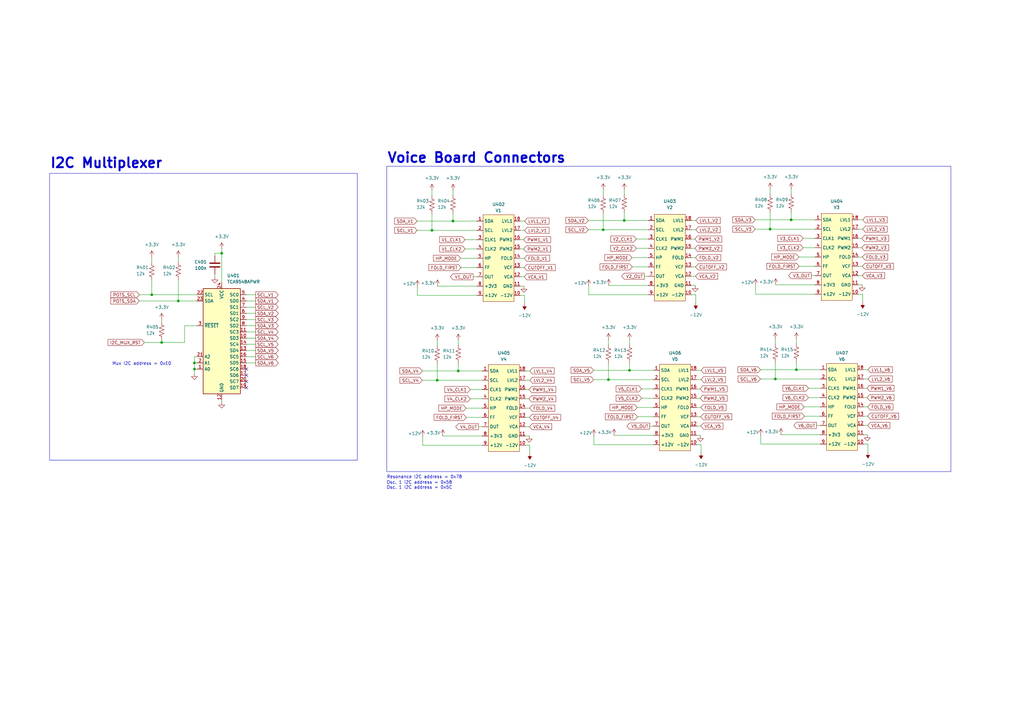
<source format=kicad_sch>
(kicad_sch (version 20231120) (generator "eeschema") (generator_version "8.0")
  (paper "A3")
  (lib_symbols
    (symbol "Connector_Audio:VoiceBoardConn_DIP18"
      (property "Reference" "U" (at 0 0 0))
      (property "Value" "VoiceBoardConn_DIP18" (at 0 -39.37 0))
      (symbol "VoiceBoardConn_DIP18_1_1"
        (rectangle (start -6.35 26.67) (end 6.35 -8.89) (fill (type background)))
        (pin passive line (at -8.89 24.13 0) (length 2.54) (name "SDA") (number "1"))
        (pin passive line (at 8.89 -6.35 180) (length 2.54) (name "-12V") (number "10"))
        (pin passive line (at 8.89 -2.54 180) (length 2.54) (name "GND") (number "11"))
        (pin passive line (at 8.89 1.27 180) (length 2.54) (name "VCA") (number "12"))
        (pin passive line (at 8.89 5.08 180) (length 2.54) (name "VCF") (number "13"))
        (pin passive line (at 8.89 8.89 180) (length 2.54) (name "FOLD") (number "14"))
        (pin passive line (at 8.89 12.7 180) (length 2.54) (name "PWM2") (number "15"))
        (pin passive line (at 8.89 16.51 180) (length 2.54) (name "PWM1") (number "16"))
        (pin passive line (at 8.89 20.32 180) (length 2.54) (name "LVL2") (number "17"))
        (pin passive line (at 8.89 24.13 180) (length 2.54) (name "LVL1") (number "18"))
        (pin passive line (at -8.89 20.32 0) (length 2.54) (name "SCL") (number "2"))
        (pin passive line (at -8.89 16.51 0) (length 2.54) (name "CLK1") (number "3"))
        (pin passive line (at -8.89 12.7 0) (length 2.54) (name "CLK2") (number "4"))
        (pin passive line (at -8.89 8.89 0) (length 2.54) (name "HP") (number "5"))
        (pin passive line (at -8.89 5.08 0) (length 2.54) (name "FF") (number "6"))
        (pin passive line (at -8.89 1.27 0) (length 2.54) (name "OUT") (number "7"))
        (pin passive line (at -8.89 -2.54 0) (length 2.54) (name "+3V3") (number "8"))
        (pin passive line (at -8.89 -6.35 0) (length 2.54) (name "+12V") (number "9"))
      )
    )
    (symbol "Device:C" (pin_numbers hide) (pin_names (offset 0.254))
      (property "Reference" "C" (at 0.635 2.54 0))
      (property "Value" "C" (at 0.635 -2.54 0))
      (symbol "C_0_1"
        (polyline (pts (xy -2.032 -0.762) (xy 2.032 -0.762)) (stroke (width 0.508)))
        (polyline (pts (xy -2.032 0.762) (xy 2.032 0.762)) (stroke (width 0.508)))
      )
      (symbol "C_1_1"
        (pin passive line (at 0 3.81 270) (length 2.794) (name "~") (number "1"))
        (pin passive line (at 0 -3.81 90) (length 2.794) (name "~") (number "2"))
      )
    )
    (symbol "Device:R_US" (pin_numbers hide) (pin_names (offset 0))
      (property "Reference" "R" (at 2.54 0 90))
      (property "Value" "R_US" (at -2.54 0 90))
      (symbol "R_US_0_1"
        (polyline (pts (xy 0 -2.286) (xy 0 -2.54)))
        (polyline (pts (xy 0 2.286) (xy 0 2.54)))
        (polyline (pts (xy 0 -0.762) (xy 1.016 -1.143) (xy 0 -1.524) (xy -1.016 -1.905) (xy 0 -2.286)))
        (polyline (pts (xy 0 0.762) (xy 1.016 0.381) (xy 0 0) (xy -1.016 -0.381) (xy 0 -0.762)))
        (polyline (pts (xy 0 2.286) (xy 1.016 1.905) (xy 0 1.524) (xy -1.016 1.143) (xy 0 0.762)))
      )
      (symbol "R_US_1_1"
        (pin passive line (at 0 3.81 270) (length 1.27) (name "~") (number "1"))
        (pin passive line (at 0 -3.81 90) (length 1.27) (name "~") (number "2"))
      )
    )
    (symbol "Interface_Expansion:TCA9548APWR"
      (property "Reference" "U" (at -7.62 21.59 0))
      (property "Value" "TCA9548APWR" (at 1.016 21.59 0))
      (symbol "TCA9548APWR_0_1"
        (rectangle (start -7.62 20.32) (end 7.62 -22.86) (stroke (width 0.254)) (fill (type background)))
      )
      (symbol "TCA9548APWR_1_1"
        (pin input line (at -10.16 -12.7 0) (length 2.54) (name "A0") (number "1"))
        (pin bidirectional line (at 10.16 0 180) (length 2.54) (name "SD3") (number "10"))
        (pin output line (at 10.16 2.54 180) (length 2.54) (name "SC3") (number "11"))
        (pin power_in line (at 0 -25.4 90) (length 2.54) (name "GND") (number "12"))
        (pin bidirectional line (at 10.16 -5.08 180) (length 2.54) (name "SD4") (number "13"))
        (pin output line (at 10.16 -2.54 180) (length 2.54) (name "SC4") (number "14"))
        (pin bidirectional line (at 10.16 -10.16 180) (length 2.54) (name "SD5") (number "15"))
        (pin output line (at 10.16 -7.62 180) (length 2.54) (name "SC5") (number "16"))
        (pin bidirectional line (at 10.16 -15.24 180) (length 2.54) (name "SD6") (number "17"))
        (pin output line (at 10.16 -12.7 180) (length 2.54) (name "SC6") (number "18"))
        (pin bidirectional line (at 10.16 -20.32 180) (length 2.54) (name "SD7") (number "19"))
        (pin input line (at -10.16 -10.16 0) (length 2.54) (name "A1") (number "2"))
        (pin output line (at 10.16 -17.78 180) (length 2.54) (name "SC7") (number "20"))
        (pin input line (at -10.16 -7.62 0) (length 2.54) (name "A2") (number "21"))
        (pin input line (at -10.16 17.78 0) (length 2.54) (name "SCL") (number "22"))
        (pin bidirectional line (at -10.16 15.24 0) (length 2.54) (name "SDA") (number "23"))
        (pin power_in line (at 0 22.86 270) (length 2.54) (name "VCC") (number "24"))
        (pin input line (at -10.16 5.08 0) (length 2.54) (name "~{RESET}") (number "3"))
        (pin bidirectional line (at 10.16 15.24 180) (length 2.54) (name "SD0") (number "4"))
        (pin output line (at 10.16 17.78 180) (length 2.54) (name "SC0") (number "5"))
        (pin bidirectional line (at 10.16 10.16 180) (length 2.54) (name "SD1") (number "6"))
        (pin output line (at 10.16 12.7 180) (length 2.54) (name "SC1") (number "7"))
        (pin bidirectional line (at 10.16 5.08 180) (length 2.54) (name "SD2") (number "8"))
        (pin output line (at 10.16 7.62 180) (length 2.54) (name "SC2") (number "9"))
      )
    )
    (symbol "power:+12V" (power) (pin_names (offset 0))
      (property "Value" "+12V" (at 0 3.556 0))
      (symbol "+12V_0_1"
        (polyline (pts (xy -0.762 1.27) (xy 0 2.54)))
        (polyline (pts (xy 0 0) (xy 0 2.54)))
        (polyline (pts (xy 0 2.54) (xy 0.762 1.27)))
      )
      (symbol "+12V_1_1"
        (pin power_in line (at 0 0 90) (length 0) hide (name "+12V") (number "1"))
      )
    )
    (symbol "power:+3.3V" (power) (pin_names (offset 0))
      (property "Value" "+3.3V" (at 0 3.556 0))
      (symbol "+3.3V_0_1"
        (polyline (pts (xy -0.762 1.27) (xy 0 2.54)))
        (polyline (pts (xy 0 0) (xy 0 2.54)))
        (polyline (pts (xy 0 2.54) (xy 0.762 1.27)))
      )
      (symbol "+3.3V_1_1"
        (pin power_in line (at 0 0 90) (length 0) hide (name "+3.3V") (number "1"))
      )
    )
    (symbol "power:-12V" (power) (pin_names (offset 0))
      (property "Value" "-12V" (at 0 3.81 0))
      (symbol "-12V_0_0"
        (pin power_in line (at 0 0 90) (length 0) hide (name "-12V") (number "1"))
      )
      (symbol "-12V_0_1"
        (polyline (pts (xy 0 0) (xy 0 1.27) (xy 0.762 1.27) (xy 0 2.54) (xy -0.762 1.27) (xy 0 1.27)) (fill (type outline)))
      )
    )
    (symbol "power:GND" (power) (pin_names (offset 0))
      (symbol "GND_0_1"
        (polyline (pts (xy 0 0) (xy 0 -1.27) (xy 1.27 -1.27) (xy 0 -2.54) (xy -1.27 -1.27) (xy 0 -1.27)))
      )
      (symbol "GND_1_1"
        (pin power_in line (at 0 0 270) (length 0) hide (name "GND") (number "1"))
      )
    )
  )
  (junction (at 62.23 120.904))
  (junction (at 324.485 90.17))
  (junction (at 318.008 155.448))
  (junction (at 326.644 151.638))
  (junction (at 185.801 90.678))
  (junction (at 177.165 94.488))
  (junction (at 258.191 151.892))
  (junction (at 66.294 140.462))
  (junction (at 315.849 93.98))
  (junction (at 249.555 155.702))
  (junction (at 73.152 123.444))
  (junction (at 79.756 148.844))
  (junction (at 79.756 151.384))
  (junction (at 247.396 94.234))
  (junction (at 187.96 152.146))
  (junction (at 90.932 103.886))
  (junction (at 179.324 155.956))
  (junction (at 256.032 90.424))
  (no_connect (at 101.092 159.004))
  (no_connect (at 101.092 156.464))
  (no_connect (at 101.092 151.384))
  (no_connect (at 101.092 153.924))
  (wire (pts (xy 315.849 77.597) (xy 315.849 79.629)))
  (wire (pts (xy 352.044 120.65) (xy 353.822 120.65)))
  (wire (pts (xy 355.981 182.118) (xy 355.981 185.42)))
  (wire (pts (xy 326.644 139.065) (xy 326.644 140.843)))
  (wire (pts (xy 213.36 105.918) (xy 215.011 105.918)))
  (wire (pts (xy 101.092 146.304) (xy 104.902 146.304)))
  (wire (pts (xy 249.555 139.319) (xy 249.555 141.351)))
  (wire (pts (xy 75.692 140.462) (xy 75.692 133.604)))
  (wire (pts (xy 101.092 131.064) (xy 104.902 131.064)))
  (wire (pts (xy 309.753 90.17) (xy 324.485 90.17)))
  (wire (pts (xy 247.396 87.503) (xy 247.396 94.234)))
  (wire (pts (xy 88.138 103.886) (xy 90.932 103.886)))
  (wire (pts (xy 309.88 120.65) (xy 334.264 120.65)))
  (wire (pts (xy 249.555 148.971) (xy 249.555 155.702)))
  (wire (pts (xy 215.519 167.386) (xy 217.17 167.386)))
  (wire (pts (xy 62.23 120.904) (xy 80.772 120.904)))
  (wire (pts (xy 101.092 128.524) (xy 104.902 128.524)))
  (wire (pts (xy 318.135 116.84) (xy 334.264 116.84)))
  (wire (pts (xy 352.044 113.03) (xy 353.695 113.03)))
  (wire (pts (xy 261.493 170.942) (xy 267.97 170.942)))
  (wire (pts (xy 324.485 86.995) (xy 324.485 90.17)))
  (wire (pts (xy 259.207 105.664) (xy 265.811 105.664)))
  (wire (pts (xy 324.485 90.17) (xy 334.264 90.17)))
  (wire (pts (xy 88.138 104.902) (xy 88.138 103.886)))
  (wire (pts (xy 213.36 117.348) (xy 214.884 117.348)))
  (wire (pts (xy 213.36 109.728) (xy 215.011 109.728)))
  (wire (pts (xy 66.294 131.064) (xy 66.294 131.826)))
  (wire (pts (xy 312.039 178.562) (xy 312.039 182.118)))
  (wire (pts (xy 101.092 120.904) (xy 104.902 120.904)))
  (wire (pts (xy 213.36 98.298) (xy 214.757 98.298)))
  (wire (pts (xy 258.191 151.892) (xy 267.97 151.892)))
  (wire (pts (xy 249.555 155.702) (xy 267.97 155.702)))
  (wire (pts (xy 62.23 105.41) (xy 62.23 107.442)))
  (wire (pts (xy 185.801 78.105) (xy 185.801 79.883)))
  (wire (pts (xy 354.203 163.068) (xy 355.6 163.068)))
  (wire (pts (xy 215.519 152.146) (xy 217.297 152.146)))
  (wire (pts (xy 283.591 109.474) (xy 285.242 109.474)))
  (wire (pts (xy 309.753 93.98) (xy 315.849 93.98)))
  (wire (pts (xy 285.75 155.702) (xy 287.528 155.702)))
  (wire (pts (xy 329.946 170.688) (xy 336.423 170.688)))
  (wire (pts (xy 173.355 182.626) (xy 197.739 182.626)))
  (wire (pts (xy 215.138 121.158) (xy 215.138 124.46)))
  (wire (pts (xy 354.203 151.638) (xy 355.981 151.638)))
  (wire (pts (xy 79.756 146.304) (xy 80.772 146.304)))
  (wire (pts (xy 261.366 167.132) (xy 267.97 167.132)))
  (wire (pts (xy 247.396 94.234) (xy 265.811 94.234)))
  (wire (pts (xy 243.459 151.892) (xy 258.191 151.892)))
  (wire (pts (xy 57.15 120.904) (xy 62.23 120.904)))
  (wire (pts (xy 249.682 117.094) (xy 265.811 117.094)))
  (wire (pts (xy 326.644 148.463) (xy 326.644 151.638)))
  (wire (pts (xy 215.519 178.816) (xy 217.043 178.816)))
  (wire (pts (xy 59.182 140.462) (xy 66.294 140.462)))
  (wire (pts (xy 283.591 94.234) (xy 285.369 94.234)))
  (wire (pts (xy 309.88 117.094) (xy 309.88 120.65)))
  (wire (pts (xy 251.841 178.562) (xy 267.97 178.562)))
  (wire (pts (xy 66.294 140.462) (xy 75.692 140.462)))
  (wire (pts (xy 283.591 105.664) (xy 285.242 105.664)))
  (wire (pts (xy 171.069 90.678) (xy 185.801 90.678)))
  (wire (pts (xy 352.044 101.6) (xy 353.441 101.6)))
  (wire (pts (xy 283.591 101.854) (xy 284.988 101.854)))
  (wire (pts (xy 352.044 109.22) (xy 353.695 109.22)))
  (wire (pts (xy 179.451 117.348) (xy 195.58 117.348)))
  (wire (pts (xy 90.932 103.886) (xy 90.932 115.824)))
  (wire (pts (xy 171.196 121.158) (xy 195.58 121.158)))
  (wire (pts (xy 79.756 148.844) (xy 80.772 148.844)))
  (wire (pts (xy 259.334 109.474) (xy 265.811 109.474)))
  (wire (pts (xy 185.801 90.678) (xy 195.58 90.678)))
  (wire (pts (xy 256.032 87.249) (xy 256.032 90.424)))
  (wire (pts (xy 179.324 139.573) (xy 179.324 141.605)))
  (wire (pts (xy 101.092 136.144) (xy 104.902 136.144)))
  (wire (pts (xy 190.754 102.108) (xy 195.58 102.108)))
  (wire (pts (xy 243.459 155.702) (xy 249.555 155.702)))
  (wire (pts (xy 173.355 179.07) (xy 173.355 182.626)))
  (wire (pts (xy 263.144 163.322) (xy 267.97 163.322)))
  (wire (pts (xy 196.215 175.006) (xy 197.739 175.006)))
  (wire (pts (xy 73.152 105.41) (xy 73.152 107.188)))
  (wire (pts (xy 90.932 102.108) (xy 90.932 103.886)))
  (wire (pts (xy 188.976 105.918) (xy 195.58 105.918)))
  (wire (pts (xy 354.203 182.118) (xy 355.981 182.118)))
  (wire (pts (xy 187.96 152.146) (xy 197.739 152.146)))
  (wire (pts (xy 179.324 149.225) (xy 179.324 155.956)))
  (wire (pts (xy 243.586 178.816) (xy 243.586 182.372)))
  (wire (pts (xy 354.203 174.498) (xy 355.854 174.498)))
  (wire (pts (xy 177.165 87.757) (xy 177.165 94.488)))
  (wire (pts (xy 315.849 93.98) (xy 334.264 93.98)))
  (wire (pts (xy 213.36 90.678) (xy 215.138 90.678)))
  (wire (pts (xy 264.287 113.284) (xy 265.811 113.284)))
  (wire (pts (xy 329.819 166.878) (xy 336.423 166.878)))
  (wire (pts (xy 312.039 182.118) (xy 336.423 182.118)))
  (wire (pts (xy 88.138 112.522) (xy 88.138 113.538)))
  (wire (pts (xy 215.519 155.956) (xy 217.297 155.956)))
  (wire (pts (xy 285.369 120.904) (xy 285.369 124.206)))
  (wire (pts (xy 334.899 174.498) (xy 336.423 174.498)))
  (wire (pts (xy 190.754 98.298) (xy 195.58 98.298)))
  (wire (pts (xy 283.591 117.094) (xy 285.115 117.094)))
  (wire (pts (xy 318.008 139.065) (xy 318.008 141.097)))
  (wire (pts (xy 79.756 151.384) (xy 80.772 151.384)))
  (wire (pts (xy 352.044 93.98) (xy 353.822 93.98)))
  (wire (pts (xy 62.23 115.062) (xy 62.23 120.904)))
  (wire (pts (xy 187.96 148.971) (xy 187.96 152.146)))
  (wire (pts (xy 215.519 159.766) (xy 216.916 159.766)))
  (wire (pts (xy 285.75 167.132) (xy 287.401 167.132)))
  (wire (pts (xy 73.152 123.444) (xy 80.772 123.444)))
  (wire (pts (xy 213.36 113.538) (xy 215.011 113.538)))
  (wire (pts (xy 287.528 182.372) (xy 287.528 185.674)))
  (wire (pts (xy 101.092 148.844) (xy 104.902 148.844)))
  (wire (pts (xy 73.152 114.808) (xy 73.152 123.444)))
  (wire (pts (xy 177.165 78.105) (xy 177.165 80.137)))
  (wire (pts (xy 266.446 174.752) (xy 267.97 174.752)))
  (wire (pts (xy 260.985 98.044) (xy 265.811 98.044)))
  (wire (pts (xy 326.644 151.638) (xy 336.423 151.638)))
  (wire (pts (xy 354.203 155.448) (xy 355.981 155.448)))
  (wire (pts (xy 353.822 120.65) (xy 353.822 123.952)))
  (wire (pts (xy 320.294 178.308) (xy 336.423 178.308)))
  (wire (pts (xy 241.427 117.348) (xy 241.427 120.904)))
  (wire (pts (xy 243.586 182.372) (xy 267.97 182.372)))
  (wire (pts (xy 331.597 163.068) (xy 336.423 163.068)))
  (wire (pts (xy 283.591 120.904) (xy 285.369 120.904)))
  (wire (pts (xy 354.203 170.688) (xy 355.854 170.688)))
  (wire (pts (xy 258.191 139.319) (xy 258.191 141.097)))
  (wire (pts (xy 215.519 182.626) (xy 217.297 182.626)))
  (wire (pts (xy 352.044 97.79) (xy 353.441 97.79)))
  (wire (pts (xy 215.519 171.196) (xy 217.17 171.196)))
  (wire (pts (xy 283.591 98.044) (xy 284.988 98.044)))
  (wire (pts (xy 187.96 139.573) (xy 187.96 141.351)))
  (wire (pts (xy 256.032 90.424) (xy 265.811 90.424)))
  (wire (pts (xy 241.3 94.234) (xy 247.396 94.234)))
  (wire (pts (xy 327.66 105.41) (xy 334.264 105.41)))
  (wire (pts (xy 324.485 77.597) (xy 324.485 79.375)))
  (wire (pts (xy 179.324 155.956) (xy 197.739 155.956)))
  (wire (pts (xy 332.74 113.03) (xy 334.264 113.03)))
  (wire (pts (xy 79.756 153.162) (xy 79.756 151.384)))
  (wire (pts (xy 315.849 87.249) (xy 315.849 93.98)))
  (wire (pts (xy 90.932 164.084) (xy 90.932 164.846)))
  (wire (pts (xy 185.801 87.503) (xy 185.801 90.678)))
  (wire (pts (xy 101.092 143.764) (xy 104.902 143.764)))
  (wire (pts (xy 283.591 90.424) (xy 285.369 90.424)))
  (wire (pts (xy 247.396 77.851) (xy 247.396 79.883)))
  (wire (pts (xy 79.756 148.844) (xy 79.756 146.304)))
  (wire (pts (xy 101.092 125.984) (xy 104.902 125.984)))
  (wire (pts (xy 258.191 148.717) (xy 258.191 151.892)))
  (wire (pts (xy 177.165 94.488) (xy 195.58 94.488)))
  (wire (pts (xy 311.912 151.638) (xy 326.644 151.638)))
  (wire (pts (xy 213.36 94.488) (xy 215.138 94.488)))
  (wire (pts (xy 171.069 94.488) (xy 177.165 94.488)))
  (wire (pts (xy 285.75 182.372) (xy 287.528 182.372)))
  (wire (pts (xy 189.103 109.728) (xy 195.58 109.728)))
  (wire (pts (xy 263.144 159.512) (xy 267.97 159.512)))
  (wire (pts (xy 101.092 141.224) (xy 104.902 141.224)))
  (wire (pts (xy 192.913 159.766) (xy 197.739 159.766)))
  (wire (pts (xy 66.294 139.446) (xy 66.294 140.462)))
  (wire (pts (xy 318.008 155.448) (xy 336.423 155.448)))
  (wire (pts (xy 352.044 116.84) (xy 353.568 116.84)))
  (wire (pts (xy 285.75 163.322) (xy 287.147 163.322)))
  (wire (pts (xy 241.427 120.904) (xy 265.811 120.904)))
  (wire (pts (xy 260.985 101.854) (xy 265.811 101.854)))
  (wire (pts (xy 283.591 113.284) (xy 285.242 113.284)))
  (wire (pts (xy 173.228 155.956) (xy 179.324 155.956)))
  (wire (pts (xy 191.135 167.386) (xy 197.739 167.386)))
  (wire (pts (xy 192.913 163.576) (xy 197.739 163.576)))
  (wire (pts (xy 354.203 159.258) (xy 355.6 159.258)))
  (wire (pts (xy 311.912 155.448) (xy 318.008 155.448)))
  (wire (pts (xy 191.262 171.196) (xy 197.739 171.196)))
  (wire (pts (xy 171.196 117.602) (xy 171.196 121.158)))
  (wire (pts (xy 215.519 163.576) (xy 216.916 163.576)))
  (wire (pts (xy 101.092 123.444) (xy 104.902 123.444)))
  (wire (pts (xy 181.61 178.816) (xy 197.739 178.816)))
  (wire (pts (xy 173.228 152.146) (xy 187.96 152.146)))
  (wire (pts (xy 57.15 123.444) (xy 73.152 123.444)))
  (wire (pts (xy 256.032 77.851) (xy 256.032 79.629)))
  (wire (pts (xy 354.203 166.878) (xy 355.854 166.878)))
  (wire (pts (xy 101.092 138.684) (xy 104.902 138.684)))
  (wire (pts (xy 331.597 159.258) (xy 336.423 159.258)))
  (wire (pts (xy 215.519 175.006) (xy 217.17 175.006)))
  (wire (pts (xy 194.056 113.538) (xy 195.58 113.538)))
  (wire (pts (xy 213.36 102.108) (xy 214.757 102.108)))
  (wire (pts (xy 329.438 97.79) (xy 334.264 97.79)))
  (wire (pts (xy 285.75 170.942) (xy 287.401 170.942)))
  (wire (pts (xy 329.438 101.6) (xy 334.264 101.6)))
  (wire (pts (xy 327.787 109.22) (xy 334.264 109.22)))
  (wire (pts (xy 354.203 178.308) (xy 355.727 178.308)))
  (wire (pts (xy 285.75 159.512) (xy 287.147 159.512)))
  (wire (pts (xy 352.044 105.41) (xy 353.695 105.41)))
  (wire (pts (xy 217.297 182.626) (xy 217.297 185.928)))
  (wire (pts (xy 285.75 151.892) (xy 287.528 151.892)))
  (wire (pts (xy 318.008 148.717) (xy 318.008 155.448)))
  (wire (pts (xy 79.756 151.384) (xy 79.756 148.844)))
  (wire (pts (xy 352.044 90.17) (xy 353.822 90.17)))
  (wire (pts (xy 285.75 174.752) (xy 287.401 174.752)))
  (wire (pts (xy 241.3 90.424) (xy 256.032 90.424)))
  (wire (pts (xy 101.092 133.604) (xy 104.902 133.604)))
  (wire (pts (xy 75.692 133.604) (xy 80.772 133.604)))
  (wire (pts (xy 285.75 178.562) (xy 287.274 178.562)))
  (wire (pts (xy 213.36 121.158) (xy 215.138 121.158)))
  (rectangle (start 158.623 68.199) (end 390.017 193.421))
  (rectangle (start 20.32 71.12) (end 146.558 188.722))
  (text "Osc. 1 I2C address = 0x58\nOsc. 1 I2C address = 0x5C" (at 158.496 200.787 0) (effects (font (size 1.27 1.27)) (justify left bottom)))
  (text "I2C Multiplexer" (at 20.32 69.342 0) (effects (font (size 4 4) (thickness 0.8) (bold yes)) (justify left bottom)))
  (text "Voice Board Connectors" (at 158.623 67.183 0) (effects (font (size 4 4) (thickness 0.8) (bold yes)) (justify left bottom)))
  (text "Mux I2C address = 0xE0" (at 45.974 149.987 0) (effects (font (size 1.27 1.27)) (justify left bottom)))
  (text "Resonance I2C address = 0x78" (at 158.623 196.469 0) (effects (font (size 1.27 1.27)) (justify left bottom)))
  (global_label "VCA_V4" (shape input) (at 217.17 175.006 0) (property "Intersheetrefs" "${INTERSHEET_REFS}" (effects (hide yes))))
  (global_label "SDA_V1" (shape input) (at 171.069 90.678 180) (property "Intersheetrefs" "${INTERSHEET_REFS}" (effects (hide yes))))
  (global_label "LVL1_V5" (shape input) (at 287.528 151.892 0) (property "Intersheetrefs" "${INTERSHEET_REFS}" (effects (hide yes))))
  (global_label "SDA_V2" (shape input) (at 241.3 90.424 180) (property "Intersheetrefs" "${INTERSHEET_REFS}" (effects (hide yes))))
  (global_label "PWM1_V6" (shape input) (at 355.6 159.258 0) (property "Intersheetrefs" "${INTERSHEET_REFS}" (effects (hide yes))))
  (global_label "LVL2_V2" (shape input) (at 285.369 94.234 0) (property "Intersheetrefs" "${INTERSHEET_REFS}" (effects (hide yes))))
  (global_label "PWM2_V5" (shape input) (at 287.147 163.322 0) (property "Intersheetrefs" "${INTERSHEET_REFS}" (effects (hide yes))))
  (global_label "PWM2_V6" (shape input) (at 355.6 163.068 0) (property "Intersheetrefs" "${INTERSHEET_REFS}" (effects (hide yes))))
  (global_label "HP_MODE" (shape input) (at 191.135 167.386 180) (property "Intersheetrefs" "${INTERSHEET_REFS}" (effects (hide yes))))
  (global_label "HP_MODE" (shape input) (at 261.366 167.132 180) (property "Intersheetrefs" "${INTERSHEET_REFS}" (effects (hide yes))))
  (global_label "V4_CLK2" (shape input) (at 192.913 163.576 180) (property "Intersheetrefs" "${INTERSHEET_REFS}" (effects (hide yes))))
  (global_label "SCL_V5" (shape output) (at 104.902 141.224 0) (property "Intersheetrefs" "${INTERSHEET_REFS}" (effects (hide yes))))
  (global_label "V2_OUT" (shape output) (at 264.287 113.284 180) (property "Intersheetrefs" "${INTERSHEET_REFS}" (effects (hide yes))))
  (global_label "POTS_SCL" (shape input) (at 57.15 120.904 180) (property "Intersheetrefs" "${INTERSHEET_REFS}" (effects (hide yes))))
  (global_label "V1_OUT" (shape output) (at 194.056 113.538 180) (property "Intersheetrefs" "${INTERSHEET_REFS}" (effects (hide yes))))
  (global_label "V2_CLK1" (shape input) (at 260.985 98.044 180) (property "Intersheetrefs" "${INTERSHEET_REFS}" (effects (hide yes))))
  (global_label "PWM1_V1" (shape input) (at 214.757 98.298 0) (property "Intersheetrefs" "${INTERSHEET_REFS}" (effects (hide yes))))
  (global_label "SCL_V2" (shape output) (at 104.902 125.984 0) (property "Intersheetrefs" "${INTERSHEET_REFS}" (effects (hide yes))))
  (global_label "LVL2_V5" (shape input) (at 287.528 155.702 0) (property "Intersheetrefs" "${INTERSHEET_REFS}" (effects (hide yes))))
  (global_label "I2C_MUX_RST" (shape input) (at 59.182 140.462 180) (property "Intersheetrefs" "${INTERSHEET_REFS}" (effects (hide yes))))
  (global_label "V3_OUT" (shape output) (at 332.74 113.03 180) (property "Intersheetrefs" "${INTERSHEET_REFS}" (effects (hide yes))))
  (global_label "HP_MODE" (shape input) (at 329.819 166.878 180) (property "Intersheetrefs" "${INTERSHEET_REFS}" (effects (hide yes))))
  (global_label "SCL_V1" (shape input) (at 171.069 94.488 180) (property "Intersheetrefs" "${INTERSHEET_REFS}" (effects (hide yes))))
  (global_label "SCL_V3" (shape output) (at 104.902 131.064 0) (property "Intersheetrefs" "${INTERSHEET_REFS}" (effects (hide yes))))
  (global_label "V1_CLK1" (shape input) (at 190.754 98.298 180) (property "Intersheetrefs" "${INTERSHEET_REFS}" (effects (hide yes))))
  (global_label "V5_CLK1" (shape input) (at 263.144 159.512 180) (property "Intersheetrefs" "${INTERSHEET_REFS}" (effects (hide yes))))
  (global_label "HP_MODE" (shape input) (at 259.207 105.664 180) (property "Intersheetrefs" "${INTERSHEET_REFS}" (effects (hide yes))))
  (global_label "VCA_V1" (shape input) (at 215.011 113.538 0) (property "Intersheetrefs" "${INTERSHEET_REFS}" (effects (hide yes))))
  (global_label "PWM1_V5" (shape input) (at 287.147 159.512 0) (property "Intersheetrefs" "${INTERSHEET_REFS}" (effects (hide yes))))
  (global_label "VCA_V5" (shape input) (at 287.401 174.752 0) (property "Intersheetrefs" "${INTERSHEET_REFS}" (effects (hide yes))))
  (global_label "SCL_V3" (shape input) (at 309.753 93.98 180) (property "Intersheetrefs" "${INTERSHEET_REFS}" (effects (hide yes))))
  (global_label "CUTOFF_V4" (shape input) (at 217.17 171.196 0) (property "Intersheetrefs" "${INTERSHEET_REFS}" (effects (hide yes))))
  (global_label "LVL2_V4" (shape input) (at 217.297 155.956 0) (property "Intersheetrefs" "${INTERSHEET_REFS}" (effects (hide yes))))
  (global_label "LVL1_V4" (shape input) (at 217.297 152.146 0) (property "Intersheetrefs" "${INTERSHEET_REFS}" (effects (hide yes))))
  (global_label "LVL1_V6" (shape input) (at 355.981 151.638 0) (property "Intersheetrefs" "${INTERSHEET_REFS}" (effects (hide yes))))
  (global_label "POTS_SDA" (shape input) (at 57.15 123.444 180) (property "Intersheetrefs" "${INTERSHEET_REFS}" (effects (hide yes))))
  (global_label "PWM1_V3" (shape input) (at 353.441 97.79 0) (property "Intersheetrefs" "${INTERSHEET_REFS}" (effects (hide yes))))
  (global_label "CUTOFF_V5" (shape input) (at 287.401 170.942 0) (property "Intersheetrefs" "${INTERSHEET_REFS}" (effects (hide yes))))
  (global_label "PWM2_V1" (shape input) (at 214.757 102.108 0) (property "Intersheetrefs" "${INTERSHEET_REFS}" (effects (hide yes))))
  (global_label "FOLD_V1" (shape input) (at 215.011 105.918 0) (property "Intersheetrefs" "${INTERSHEET_REFS}" (effects (hide yes))))
  (global_label "SCL_V6" (shape input) (at 311.912 155.448 180) (property "Intersheetrefs" "${INTERSHEET_REFS}" (effects (hide yes))))
  (global_label "LVL1_V1" (shape input) (at 215.138 90.678 0) (property "Intersheetrefs" "${INTERSHEET_REFS}" (effects (hide yes))))
  (global_label "PWM1_V2" (shape input) (at 284.988 98.044 0) (property "Intersheetrefs" "${INTERSHEET_REFS}" (effects (hide yes))))
  (global_label "FOLD_V5" (shape input) (at 287.401 167.132 0) (property "Intersheetrefs" "${INTERSHEET_REFS}" (effects (hide yes))))
  (global_label "SDA_V6" (shape output) (at 104.902 148.844 0) (property "Intersheetrefs" "${INTERSHEET_REFS}" (effects (hide yes))))
  (global_label "SCL_V1" (shape output) (at 104.902 120.904 0) (property "Intersheetrefs" "${INTERSHEET_REFS}" (effects (hide yes))))
  (global_label "LVL2_V1" (shape input) (at 215.138 94.488 0) (property "Intersheetrefs" "${INTERSHEET_REFS}" (effects (hide yes))))
  (global_label "SCL_V6" (shape output) (at 104.902 146.304 0) (property "Intersheetrefs" "${INTERSHEET_REFS}" (effects (hide yes))))
  (global_label "V1_CLK2" (shape input) (at 190.754 102.108 180) (property "Intersheetrefs" "${INTERSHEET_REFS}" (effects (hide yes))))
  (global_label "SDA_V5" (shape input) (at 243.459 151.892 180) (property "Intersheetrefs" "${INTERSHEET_REFS}" (effects (hide yes))))
  (global_label "LVL1_V2" (shape input) (at 285.369 90.424 0) (property "Intersheetrefs" "${INTERSHEET_REFS}" (effects (hide yes))))
  (global_label "SCL_V4" (shape output) (at 104.902 136.144 0) (property "Intersheetrefs" "${INTERSHEET_REFS}" (effects (hide yes))))
  (global_label "CUTOFF_V1" (shape input) (at 215.011 109.728 0) (property "Intersheetrefs" "${INTERSHEET_REFS}" (effects (hide yes))))
  (global_label "LVL2_V3" (shape input) (at 353.822 93.98 0) (property "Intersheetrefs" "${INTERSHEET_REFS}" (effects (hide yes))))
  (global_label "V4_CLK1" (shape input) (at 192.913 159.766 180) (property "Intersheetrefs" "${INTERSHEET_REFS}" (effects (hide yes))))
  (global_label "FOLD_V6" (shape input) (at 355.854 166.878 0) (property "Intersheetrefs" "${INTERSHEET_REFS}" (effects (hide yes))))
  (global_label "V6_CLK2" (shape input) (at 331.597 163.068 180) (property "Intersheetrefs" "${INTERSHEET_REFS}" (effects (hide yes))))
  (global_label "PWM2_V3" (shape input) (at 353.441 101.6 0) (property "Intersheetrefs" "${INTERSHEET_REFS}" (effects (hide yes))))
  (global_label "V3_CLK1" (shape input) (at 329.438 97.79 180) (property "Intersheetrefs" "${INTERSHEET_REFS}" (effects (hide yes))))
  (global_label "V4_OUT" (shape output) (at 196.215 175.006 180) (property "Intersheetrefs" "${INTERSHEET_REFS}" (effects (hide yes))))
  (global_label "SDA_V4" (shape input) (at 173.228 152.146 180) (property "Intersheetrefs" "${INTERSHEET_REFS}" (effects (hide yes))))
  (global_label "CUTOFF_V2" (shape input) (at 285.242 109.474 0) (property "Intersheetrefs" "${INTERSHEET_REFS}" (effects (hide yes))))
  (global_label "FOLD_FIRST" (shape input) (at 259.334 109.474 180) (property "Intersheetrefs" "${INTERSHEET_REFS}" (effects (hide yes))))
  (global_label "FOLD_V4" (shape input) (at 217.17 167.386 0) (property "Intersheetrefs" "${INTERSHEET_REFS}" (effects (hide yes))))
  (global_label "FOLD_V2" (shape input) (at 285.242 105.664 0) (property "Intersheetrefs" "${INTERSHEET_REFS}" (effects (hide yes))))
  (global_label "CUTOFF_V3" (shape input) (at 353.695 109.22 0) (property "Intersheetrefs" "${INTERSHEET_REFS}" (effects (hide yes))))
  (global_label "HP_MODE" (shape input) (at 188.976 105.918 180) (property "Intersheetrefs" "${INTERSHEET_REFS}" (effects (hide yes))))
  (global_label "LVL1_V3" (shape input) (at 353.822 90.17 0) (property "Intersheetrefs" "${INTERSHEET_REFS}" (effects (hide yes))))
  (global_label "V2_CLK2" (shape input) (at 260.985 101.854 180) (property "Intersheetrefs" "${INTERSHEET_REFS}" (effects (hide yes))))
  (global_label "SDA_V4" (shape output) (at 104.902 138.684 0) (property "Intersheetrefs" "${INTERSHEET_REFS}" (effects (hide yes))))
  (global_label "PWM2_V4" (shape input) (at 216.916 163.576 0) (property "Intersheetrefs" "${INTERSHEET_REFS}" (effects (hide yes))))
  (global_label "SDA_V5" (shape output) (at 104.902 143.764 0) (property "Intersheetrefs" "${INTERSHEET_REFS}" (effects (hide yes))))
  (global_label "V5_CLK2" (shape input) (at 263.144 163.322 180) (property "Intersheetrefs" "${INTERSHEET_REFS}" (effects (hide yes))))
  (global_label "FOLD_FIRST" (shape input) (at 329.946 170.688 180) (property "Intersheetrefs" "${INTERSHEET_REFS}" (effects (hide yes))))
  (global_label "SCL_V5" (shape input) (at 243.459 155.702 180) (property "Intersheetrefs" "${INTERSHEET_REFS}" (effects (hide yes))))
  (global_label "HP_MODE" (shape input) (at 327.66 105.41 180) (property "Intersheetrefs" "${INTERSHEET_REFS}" (effects (hide yes))))
  (global_label "SCL_V2" (shape input) (at 241.3 94.234 180) (property "Intersheetrefs" "${INTERSHEET_REFS}" (effects (hide yes))))
  (global_label "SCL_V4" (shape input) (at 173.228 155.956 180) (property "Intersheetrefs" "${INTERSHEET_REFS}" (effects (hide yes))))
  (global_label "CUTOFF_V6" (shape input) (at 355.854 170.688 0) (property "Intersheetrefs" "${INTERSHEET_REFS}" (effects (hide yes))))
  (global_label "PWM2_V2" (shape input) (at 284.988 101.854 0) (property "Intersheetrefs" "${INTERSHEET_REFS}" (effects (hide yes))))
  (global_label "SDA_V3" (shape input) (at 309.753 90.17 180) (property "Intersheetrefs" "${INTERSHEET_REFS}" (effects (hide yes))))
  (global_label "FOLD_FIRST" (shape input) (at 189.103 109.728 180) (property "Intersheetrefs" "${INTERSHEET_REFS}" (effects (hide yes))))
  (global_label "V6_OUT" (shape output) (at 334.899 174.498 180) (property "Intersheetrefs" "${INTERSHEET_REFS}" (effects (hide yes))))
  (global_label "SDA_V1" (shape output) (at 104.902 123.444 0) (property "Intersheetrefs" "${INTERSHEET_REFS}" (effects (hide yes))))
  (global_label "LVL2_V6" (shape input) (at 355.981 155.448 0) (property "Intersheetrefs" "${INTERSHEET_REFS}" (effects (hide yes))))
  (global_label "SDA_V6" (shape input) (at 311.912 151.638 180) (property "Intersheetrefs" "${INTERSHEET_REFS}" (effects (hide yes))))
  (global_label "FOLD_V3" (shape input) (at 353.695 105.41 0) (property "Intersheetrefs" "${INTERSHEET_REFS}" (effects (hide yes))))
  (global_label "V5_OUT" (shape output) (at 266.446 174.752 180) (property "Intersheetrefs" "${INTERSHEET_REFS}" (effects (hide yes))))
  (global_label "SDA_V3" (shape output) (at 104.902 133.604 0) (property "Intersheetrefs" "${INTERSHEET_REFS}" (effects (hide yes))))
  (global_label "VCA_V2" (shape input) (at 285.242 113.284 0) (property "Intersheetrefs" "${INTERSHEET_REFS}" (effects (hide yes))))
  (global_label "PWM1_V4" (shape input) (at 216.916 159.766 0) (property "Intersheetrefs" "${INTERSHEET_REFS}" (effects (hide yes))))
  (global_label "FOLD_FIRST" (shape input) (at 327.787 109.22 180) (property "Intersheetrefs" "${INTERSHEET_REFS}" (effects (hide yes))))
  (global_label "FOLD_FIRST" (shape input) (at 261.493 170.942 180) (property "Intersheetrefs" "${INTERSHEET_REFS}" (effects (hide yes))))
  (global_label "V3_CLK2" (shape input) (at 329.438 101.6 180) (property "Intersheetrefs" "${INTERSHEET_REFS}" (effects (hide yes))))
  (global_label "FOLD_FIRST" (shape input) (at 191.262 171.196 180) (property "Intersheetrefs" "${INTERSHEET_REFS}" (effects (hide yes))))
  (global_label "VCA_V3" (shape input) (at 353.695 113.03 0) (property "Intersheetrefs" "${INTERSHEET_REFS}" (effects (hide yes))))
  (global_label "VCA_V6" (shape input) (at 355.854 174.498 0) (property "Intersheetrefs" "${INTERSHEET_REFS}" (effects (hide yes))))
  (global_label "V6_CLK1" (shape input) (at 331.597 159.258 180) (property "Intersheetrefs" "${INTERSHEET_REFS}" (effects (hide yes))))
  (global_label "SDA_V2" (shape output) (at 104.902 128.524 0) (property "Intersheetrefs" "${INTERSHEET_REFS}" (effects (hide yes))))
  (symbol (lib_id "power:-12V") (at 217.297 185.928 180) (unit 1)
    (property "Reference" "#PWR0490" (effects (hide yes)))
    (property "Value" "-12V" (at 217.297 190.881 0))
  )
  (symbol (lib_id "power:+3.3V") (at 315.849 77.597 0) (unit 1)
    (property "Reference" "#PWR0480" (effects (hide yes)))
    (property "Value" "+3.3V" (at 315.849 72.517 0))
  )
  (symbol (lib_id "power:-12V") (at 355.981 185.42 180) (unit 1)
    (property "Reference" "#PWR0509" (effects (hide yes)))
    (property "Value" "-12V" (at 355.981 190.373 0))
  )
  (symbol (lib_id "Device:R_US") (at 73.152 110.998 0) (unit 1)
    (property "Reference" "R402" (at 66.802 109.728 0) (effects (justify left)))
    (property "Value" "12k" (at 66.802 112.268 0) (effects (justify left)))
    (property "Footprint" "Resistor_SMD:R_0805_2012Metric" (effects (hide yes)))
  )
  (symbol (lib_id "Device:R_US") (at 318.008 144.907 0) (unit 1)
    (property "Reference" "R414" (at 311.658 143.383 0) (effects (justify left)))
    (property "Value" "12k" (at 311.658 145.923 0) (effects (justify left)))
    (property "Footprint" "Resistor_SMD:R_0805_2012Metric" (effects (hide yes)))
  )
  (symbol (lib_id "power:-12V") (at 287.528 185.674 180) (unit 1)
    (property "Reference" "#PWR0503" (effects (hide yes)))
    (property "Value" "-12V" (at 287.528 190.627 0))
  )
  (symbol (lib_id "power:+3.3V") (at 258.191 139.319 0) (unit 1)
    (property "Reference" "#PWR0499" (effects (hide yes)))
    (property "Value" "+3.3V" (at 258.191 134.239 0))
  )
  (symbol (lib_id "Device:R_US") (at 62.23 111.252 0) (unit 1)
    (property "Reference" "R401" (at 55.88 109.728 0) (effects (justify left)))
    (property "Value" "12k" (at 55.88 112.268 0) (effects (justify left)))
    (property "Footprint" "Resistor_SMD:R_0805_2012Metric" (effects (hide yes)))
  )
  (symbol (lib_id "power:-12V") (at 353.822 123.952 180) (unit 1)
    (property "Reference" "#PWR0484" (effects (hide yes)))
    (property "Value" "-12V" (at 353.822 128.905 0))
  )
  (symbol (lib_id "power:GND") (at 355.727 178.308 0) (unit 1)
    (property "Reference" "#PWR0508" (effects (hide yes)))
    (property "Value" "GND" (effects (hide yes)))
  )
  (symbol (lib_id "power:GND") (at 353.568 116.84 0) (unit 1)
    (property "Reference" "#PWR0483" (effects (hide yes)))
    (property "Value" "GND" (effects (hide yes)))
  )
  (symbol (lib_id "Connector_Audio:VoiceBoardConn_DIP18") (at 204.47 114.808 0) (unit 1)
    (property "Reference" "U402" (at 204.47 83.82 0))
    (property "Value" "V1" (at 204.47 86.36 0))
    (property "Footprint" "Package_DIP:DIP-18_W7.62mm_Socket" (effects (hide yes)))
  )
  (symbol (lib_id "Device:R_US") (at 326.644 144.653 0) (unit 1)
    (property "Reference" "R415" (at 320.294 143.383 0) (effects (justify left)))
    (property "Value" "12k" (at 320.294 145.923 0) (effects (justify left)))
    (property "Footprint" "Resistor_SMD:R_0805_2012Metric" (effects (hide yes)))
  )
  (symbol (lib_id "power:+3.3V") (at 187.96 139.573 0) (unit 1)
    (property "Reference" "#PWR0488" (effects (hide yes)))
    (property "Value" "+3.3V" (at 187.96 134.493 0))
  )
  (symbol (lib_id "power:GND") (at 285.115 117.094 0) (unit 1)
    (property "Reference" "#PWR0477" (effects (hide yes)))
    (property "Value" "GND" (effects (hide yes)))
  )
  (symbol (lib_id "power:+3.3V") (at 318.135 116.84 0) (unit 1)
    (property "Reference" "#PWR0481" (effects (hide yes)))
    (property "Value" "+3.3V" (at 314.198 115.57 0))
  )
  (symbol (lib_id "Interface_Expansion:TCA9548APWR") (at 90.932 138.684 0) (unit 1)
    (property "Reference" "U401" (at 93.1261 113.03 0) (effects (justify left)))
    (property "Value" "TCA9548APWR" (at 93.1261 115.57 0) (effects (justify left)))
    (property "Footprint" "Package_SO:TSSOP-24_4.4x7.8mm_P0.65mm" (effects (hide yes)))
    (property "Datasheet" "http://www.ti.com/lit/ds/symlink/tca9548a.pdf" (effects (hide yes)))
  )
  (symbol (lib_id "power:+12V") (at 241.427 117.348 0) (unit 1)
    (property "Reference" "#PWR0473" (effects (hide yes)))
    (property "Value" "+12V" (at 237.998 116.078 0))
  )
  (symbol (lib_id "power:GND") (at 90.932 164.846 0) (unit 1)
    (property "Reference" "#PWR0498" (effects (hide yes)))
    (property "Value" "GND" (effects (hide yes)))
  )
  (symbol (lib_id "power:+12V") (at 309.88 117.094 0) (unit 1)
    (property "Reference" "#PWR0479" (effects (hide yes)))
    (property "Value" "+12V" (at 306.451 115.824 0))
  )
  (symbol (lib_id "power:+3.3V") (at 66.294 131.064 0) (unit 1)
    (property "Reference" "#PWR0502" (effects (hide yes)))
    (property "Value" "+3.3V" (at 66.294 125.984 0))
  )
  (symbol (lib_id "power:+3.3V") (at 256.032 77.851 0) (unit 1)
    (property "Reference" "#PWR0476" (effects (hide yes)))
    (property "Value" "+3.3V" (at 256.032 72.771 0))
  )
  (symbol (lib_id "power:+3.3V") (at 326.644 139.065 0) (unit 1)
    (property "Reference" "#PWR0507" (effects (hide yes)))
    (property "Value" "+3.3V" (at 326.644 133.985 0))
  )
  (symbol (lib_id "Connector_Audio:VoiceBoardConn_DIP18") (at 345.313 175.768 0) (unit 1)
    (property "Reference" "U407" (at 345.313 144.78 0))
    (property "Value" "V6" (at 345.313 147.32 0))
    (property "Footprint" "Package_DIP:DIP-18_W7.62mm_Socket" (effects (hide yes)))
  )
  (symbol (lib_id "power:+3.3V") (at 249.682 117.094 0) (unit 1)
    (property "Reference" "#PWR0475" (effects (hide yes)))
    (property "Value" "+3.3V" (at 245.745 115.824 0))
  )
  (symbol (lib_id "Connector_Audio:VoiceBoardConn_DIP18") (at 276.86 176.022 0) (unit 1)
    (property "Reference" "U406" (at 276.86 144.78 0))
    (property "Value" "V5" (at 276.86 147.32 0))
    (property "Footprint" "Package_DIP:DIP-18_W7.62mm_Socket" (effects (hide yes)))
  )
  (symbol (lib_id "Device:R_US") (at 179.324 145.415 0) (unit 1)
    (property "Reference" "R410" (at 172.974 143.891 0) (effects (justify left)))
    (property "Value" "12k" (at 172.974 146.431 0) (effects (justify left)))
    (property "Footprint" "Resistor_SMD:R_0805_2012Metric" (effects (hide yes)))
  )
  (symbol (lib_id "Device:C") (at 88.138 108.712 0) (unit 1)
    (property "Reference" "C401" (at 84.836 107.442 0) (effects (justify right)))
    (property "Value" "100n" (at 84.836 109.982 0) (effects (justify right)))
    (property "Footprint" "Capacitor_SMD:C_0805_2012Metric" (effects (hide yes)))
  )
  (symbol (lib_id "power:+12V") (at 243.586 178.816 0) (unit 1)
    (property "Reference" "#PWR0491" (effects (hide yes)))
    (property "Value" "+12V" (at 240.157 177.546 0))
  )
  (symbol (lib_id "power:+3.3V") (at 73.152 105.41 0) (unit 1)
    (property "Reference" "#PWR0495" (effects (hide yes)))
    (property "Value" "+3.3V" (at 73.152 100.33 0))
  )
  (symbol (lib_id "power:+3.3V") (at 324.485 77.597 0) (unit 1)
    (property "Reference" "#PWR0482" (effects (hide yes)))
    (property "Value" "+3.3V" (at 324.485 72.517 0))
  )
  (symbol (lib_id "power:+3.3V") (at 320.294 178.308 0) (unit 1)
    (property "Reference" "#PWR0506" (effects (hide yes)))
    (property "Value" "+3.3V" (at 316.357 177.038 0))
  )
  (symbol (lib_id "power:+12V") (at 171.196 117.602 0) (unit 1)
    (property "Reference" "#PWR0466" (effects (hide yes)))
    (property "Value" "+12V" (at 167.767 116.332 0))
  )
  (symbol (lib_id "power:GND") (at 88.138 113.538 0) (unit 1)
    (property "Reference" "#PWR0501" (effects (hide yes)))
    (property "Value" "GND" (effects (hide yes)))
  )
  (symbol (lib_id "power:+3.3V") (at 179.324 139.573 0) (unit 1)
    (property "Reference" "#PWR0486" (effects (hide yes)))
    (property "Value" "+3.3V" (at 179.324 134.493 0))
  )
  (symbol (lib_id "power:+3.3V") (at 249.555 139.319 0) (unit 1)
    (property "Reference" "#PWR0492" (effects (hide yes)))
    (property "Value" "+3.3V" (at 249.555 134.239 0))
  )
  (symbol (lib_id "power:GND") (at 79.756 153.162 0) (unit 1)
    (property "Reference" "#PWR0497" (effects (hide yes)))
    (property "Value" "GND" (effects (hide yes)))
  )
  (symbol (lib_id "power:GND") (at 214.884 117.348 0) (unit 1)
    (property "Reference" "#PWR0470" (effects (hide yes)))
    (property "Value" "GND" (effects (hide yes)))
  )
  (symbol (lib_id "power:+12V") (at 173.355 179.07 0) (unit 1)
    (property "Reference" "#PWR0485" (effects (hide yes)))
    (property "Value" "+12V" (at 169.926 177.8 0))
  )
  (symbol (lib_id "power:+3.3V") (at 251.841 178.562 0) (unit 1)
    (property "Reference" "#PWR0493" (effects (hide yes)))
    (property "Value" "+3.3V" (at 247.904 177.292 0))
  )
  (symbol (lib_id "power:-12V") (at 285.369 124.206 180) (unit 1)
    (property "Reference" "#PWR0478" (effects (hide yes)))
    (property "Value" "-12V" (at 285.369 129.159 0))
  )
  (symbol (lib_id "Device:R_US") (at 177.165 83.947 0) (unit 1)
    (property "Reference" "R403" (at 170.815 82.423 0) (effects (justify left)))
    (property "Value" "12k" (at 170.815 84.963 0) (effects (justify left)))
    (property "Footprint" "Resistor_SMD:R_0805_2012Metric" (effects (hide yes)))
  )
  (symbol (lib_id "Device:R_US") (at 249.555 145.161 0) (unit 1)
    (property "Reference" "R412" (at 243.205 143.637 0) (effects (justify left)))
    (property "Value" "12k" (at 243.205 146.177 0) (effects (justify left)))
    (property "Footprint" "Resistor_SMD:R_0805_2012Metric" (effects (hide yes)))
  )
  (symbol (lib_id "Connector_Audio:VoiceBoardConn_DIP18") (at 343.154 114.3 0) (unit 1)
    (property "Reference" "U404" (at 343.154 82.55 0))
    (property "Value" "V3" (at 343.154 85.09 0))
    (property "Footprint" "Package_DIP:DIP-18_W7.62mm_Socket" (effects (hide yes)))
  )
  (symbol (lib_id "power:+3.3V") (at 318.008 139.065 0) (unit 1)
    (property "Reference" "#PWR0505" (effects (hide yes)))
    (property "Value" "+3.3V" (at 318.008 133.985 0))
  )
  (symbol (lib_id "Device:R_US") (at 324.485 83.185 0) (unit 1)
    (property "Reference" "R409" (at 318.135 81.915 0) (effects (justify left)))
    (property "Value" "12k" (at 318.135 84.455 0) (effects (justify left)))
    (property "Footprint" "Resistor_SMD:R_0805_2012Metric" (effects (hide yes)))
  )
  (symbol (lib_id "power:+3.3V") (at 247.396 77.851 0) (unit 1)
    (property "Reference" "#PWR0474" (effects (hide yes)))
    (property "Value" "+3.3V" (at 247.396 72.771 0))
  )
  (symbol (lib_id "power:+3.3V") (at 179.451 117.348 0) (unit 1)
    (property "Reference" "#PWR0465" (effects (hide yes)))
    (property "Value" "+3.3V" (at 175.514 116.078 0))
  )
  (symbol (lib_id "Device:R_US") (at 315.849 83.439 0) (unit 1)
    (property "Reference" "R408" (at 309.499 81.915 0) (effects (justify left)))
    (property "Value" "12k" (at 309.499 84.455 0) (effects (justify left)))
    (property "Footprint" "Resistor_SMD:R_0805_2012Metric" (effects (hide yes)))
  )
  (symbol (lib_id "power:+3.3V") (at 62.23 105.41 0) (unit 1)
    (property "Reference" "#PWR0494" (effects (hide yes)))
    (property "Value" "+3.3V" (at 62.23 100.33 0))
  )
  (symbol (lib_id "Device:R_US") (at 256.032 83.439 0) (unit 1)
    (property "Reference" "R407" (at 249.682 82.169 0) (effects (justify left)))
    (property "Value" "12k" (at 249.682 84.709 0) (effects (justify left)))
    (property "Footprint" "Resistor_SMD:R_0805_2012Metric" (effects (hide yes)))
  )
  (symbol (lib_id "power:+12V") (at 312.039 178.562 0) (unit 1)
    (property "Reference" "#PWR0504" (effects (hide yes)))
    (property "Value" "+12V" (at 308.61 177.292 0))
  )
  (symbol (lib_id "Device:R_US") (at 247.396 83.693 0) (unit 1)
    (property "Reference" "R406" (at 241.046 82.169 0) (effects (justify left)))
    (property "Value" "12k" (at 241.046 84.709 0) (effects (justify left)))
    (property "Footprint" "Resistor_SMD:R_0805_2012Metric" (effects (hide yes)))
  )
  (symbol (lib_id "Device:R_US") (at 187.96 145.161 0) (unit 1)
    (property "Reference" "R411" (at 181.61 143.891 0) (effects (justify left)))
    (property "Value" "12k" (at 181.61 146.431 0) (effects (justify left)))
    (property "Footprint" "Resistor_SMD:R_0805_2012Metric" (effects (hide yes)))
  )
  (symbol (lib_id "power:GND") (at 217.043 178.816 0) (unit 1)
    (property "Reference" "#PWR0489" (effects (hide yes)))
    (property "Value" "GND" (effects (hide yes)))
  )
  (symbol (lib_id "power:+3.3V") (at 177.165 78.105 0) (unit 1)
    (property "Reference" "#PWR0471" (effects (hide yes)))
    (property "Value" "+3.3V" (at 177.165 73.025 0))
  )
  (symbol (lib_id "Connector_Audio:VoiceBoardConn_DIP18") (at 274.701 114.554 0) (unit 1)
    (property "Reference" "U403" (at 274.701 82.55 0))
    (property "Value" "V2" (at 274.701 85.09 0))
    (property "Footprint" "Package_DIP:DIP-18_W7.62mm_Socket" (effects (hide yes)))
  )
  (symbol (lib_id "power:+3.3V") (at 181.61 178.816 0) (unit 1)
    (property "Reference" "#PWR0487" (effects (hide yes)))
    (property "Value" "+3.3V" (at 177.673 177.546 0))
  )
  (symbol (lib_id "Device:R_US") (at 185.801 83.693 0) (unit 1)
    (property "Reference" "R404" (at 179.451 82.423 0) (effects (justify left)))
    (property "Value" "12k" (at 179.451 84.963 0) (effects (justify left)))
    (property "Footprint" "Resistor_SMD:R_0805_2012Metric" (effects (hide yes)))
  )
  (symbol (lib_id "power:GND") (at 287.274 178.562 0) (unit 1)
    (property "Reference" "#PWR0500" (effects (hide yes)))
    (property "Value" "GND" (effects (hide yes)))
  )
  (symbol (lib_id "power:+3.3V") (at 185.801 78.105 0) (unit 1)
    (property "Reference" "#PWR0472" (effects (hide yes)))
    (property "Value" "+3.3V" (at 185.801 73.025 0))
  )
  (symbol (lib_id "power:+3.3V") (at 90.932 102.108 0) (unit 1)
    (property "Reference" "#PWR0496" (effects (hide yes)))
    (property "Value" "+3.3V" (at 90.932 97.028 0))
  )
  (symbol (lib_id "Device:R_US") (at 258.191 144.907 0) (unit 1)
    (property "Reference" "R413" (at 251.841 143.637 0) (effects (justify left)))
    (property "Value" "12k" (at 251.841 146.177 0) (effects (justify left)))
    (property "Footprint" "Resistor_SMD:R_0805_2012Metric" (effects (hide yes)))
  )
  (symbol (lib_id "Device:R_US") (at 66.294 135.636 0) (unit 1)
    (property "Reference" "R405" (at 59.944 134.112 0) (effects (justify left)))
    (property "Value" "12k" (at 59.944 136.652 0) (effects (justify left)))
    (property "Footprint" "Resistor_SMD:R_0805_2012Metric" (effects (hide yes)))
  )
  (symbol (lib_id "power:-12V") (at 215.138 124.46 180) (unit 1)
    (property "Reference" "#PWR0467" (effects (hide yes)))
    (property "Value" "-12V" (at 215.138 129.413 0))
  )
  (symbol (lib_id "Connector_Audio:VoiceBoardConn_DIP18") (at 206.629 176.276 0) (unit 1)
    (property "Reference" "U405" (at 206.629 144.78 0))
    (property "Value" "V4" (at 206.629 147.32 0))
    (property "Footprint" "Package_DIP:DIP-18_W7.62mm_Socket" (effects (hide yes)))
  )
)
</source>
